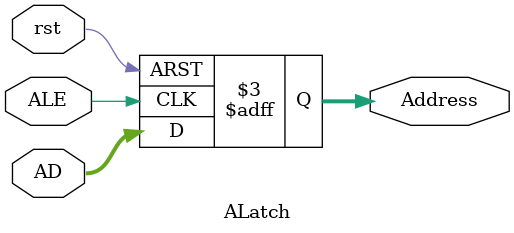
<source format=v>
module ALatch(
input rst,
input [9:0] AD,
input ALE,
output reg [9:0] Address);

always @ (posedge ALE or negedge rst)
begin
  if (!rst)
    Address <= 10'bz;
  else 
    Address <= AD;
  //Address <= (ALE) ? AD : 10'bz;
end
endmodule
</source>
